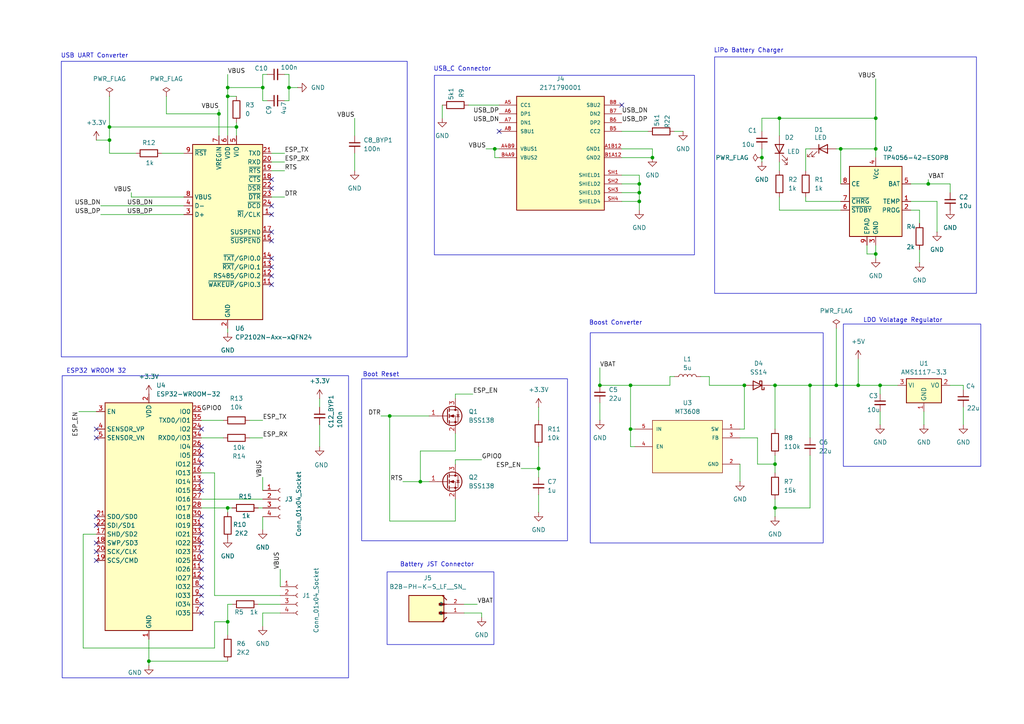
<source format=kicad_sch>
(kicad_sch (version 20250114) (generator "eeschema") (generator_version "9.0")
  (paper "A4")
  (lib_symbols
    (symbol "Battery_Management:TP4056-42-ESOP8"
      (property "Reference" "U" (at -6.604 11.684 0))
      (property "Value" "TP4056-42-ESOP8" (at 10.16 11.684 0))
      (symbol "TP4056-42-ESOP8_1_0"
        (pin input line (at -10.16 5.08 0) (length 2.54) (name "CE") (number "8"))
        (pin open_collector line (at -10.16 0 0) (length 2.54) (name "~{CHRG}") (number "7"))
        (pin open_collector line (at -10.16 -2.54 0) (length 2.54) (name "~{STDBY}") (number "6"))
        (pin passive line (at -2.54 -12.7 90) (length 2.54) (name "EPAD") (number "9"))
        (pin power_in line (at 0 12.7 270) (length 2.54) (name "V_{CC}") (number "4"))
        (pin power_in line (at 0 -12.7 90) (length 2.54) (name "GND") (number "3"))
        (pin power_out line (at 10.16 5.08 180) (length 2.54) (name "BAT") (number "5"))
        (pin input line (at 10.16 0 180) (length 2.54) (name "TEMP") (number "1"))
        (pin passive line (at 10.16 -2.54 180) (length 2.54) (name "PROG") (number "2"))
      )
    )
    (symbol "Connector:Conn_01x04_Socket" (pin_names (offset 1.016) (hide yes))
      (property "Reference" "J" (at 0 5.08 0))
      (property "Value" "Conn_01x04_Socket" (at 0 -7.62 0))
      (symbol "Conn_01x04_Socket_1_1"
        (pin passive line (at -5.08 2.54 0) (length 3.81) (name "Pin_1") (number "1"))
        (pin passive line (at -5.08 0 0) (length 3.81) (name "Pin_2") (number "2"))
        (pin passive line (at -5.08 -2.54 0) (length 3.81) (name "Pin_3") (number "3"))
        (pin passive line (at -5.08 -5.08 0) (length 3.81) (name "Pin_4") (number "4"))
      )
    )
    (symbol "Device:C_Small" (pin_numbers (hide yes)) (pin_names (offset 0.254) (hide yes))
      (property "Reference" "C" (at 0.254 1.778 0))
      (property "Value" "C_Small" (at 0.254 -2.032 0))
      (symbol "C_Small_1_1"
        (pin passive line (at 0 2.54 270) (length 2.032) (name "~") (number "1"))
        (pin passive line (at 0 -2.54 90) (length 2.032) (name "~") (number "2"))
      )
    )
    (symbol "Device:L" (pin_numbers (hide yes)) (pin_names (offset 1.016) (hide yes))
      (property "Reference" "L" (at -1.27 0 90))
      (property "Value" "L" (at 1.905 0 90))
      (symbol "L_1_1"
        (pin passive line (at 0 3.81 270) (length 1.27) (name "1") (number "1"))
        (pin passive line (at 0 -3.81 90) (length 1.27) (name "2") (number "2"))
      )
    )
    (symbol "Device:LED" (pin_numbers (hide yes)) (pin_names (offset 1.016) (hide yes))
      (property "Reference" "D" (at 0 2.54 0))
      (property "Value" "LED" (at 0 -2.54 0))
      (symbol "LED_1_1"
        (pin passive line (at -3.81 0 0) (length 2.54) (name "K") (number "1"))
        (pin passive line (at 3.81 0 180) (length 2.54) (name "A") (number "2"))
      )
    )
    (symbol "Device:R" (pin_numbers (hide yes)) (pin_names (offset 0))
      (property "Reference" "R" (at 2.032 0 90))
      (property "Value" "R" (at 0 0 90))
      (symbol "R_1_1"
        (pin passive line (at 0 3.81 270) (length 1.27) (name "~") (number "1"))
        (pin passive line (at 0 -3.81 90) (length 1.27) (name "~") (number "2"))
      )
    )
    (symbol "Diode:SS14" (pin_numbers (hide yes)) (pin_names (offset 1.016) (hide yes))
      (property "Reference" "D" (at 0 2.54 0))
      (property "Value" "SS14" (at 0 -2.54 0))
      (symbol "SS14_1_1"
        (pin passive line (at -3.81 0 0) (length 2.54) (name "K") (number "1"))
        (pin passive line (at 3.81 0 180) (length 2.54) (name "A") (number "2"))
      )
    )
    (symbol "Interface_USB:CP2102N-Axx-xQFN24"
      (property "Reference" "U" (at -8.89 26.67 0))
      (property "Value" "CP2102N-Axx-xQFN24" (at 13.97 26.67 0))
      (symbol "CP2102N-Axx-xQFN24_1_1"
        (pin input line (at -12.7 22.86 0) (length 2.54) (name "~{RST}") (number "9"))
        (pin input line (at -12.7 10.16 0) (length 2.54) (name "VBUS") (number "8"))
        (pin bidirectional line (at -12.7 7.62 0) (length 2.54) (name "D-") (number "4"))
        (pin bidirectional line (at -12.7 5.08 0) (length 2.54) (name "D+") (number "3"))
        (pin no_connect line (at -10.16 -22.86 0) (length 2.54) (hide yes) (name "NC") (number "10"))
        (pin power_in line (at -2.54 27.94 270) (length 2.54) (name "VREGIN") (number "7"))
        (pin power_in line (at 0 27.94 270) (length 2.54) (name "VDD") (number "6"))
        (pin power_in line (at 0 -27.94 90) (length 2.54) (name "GND") (number "2"))
        (pin passive line (at 0 -27.94 90) (length 2.54) (hide yes) (name "GND") (number "25"))
        (pin power_in line (at 2.54 27.94 270) (length 2.54) (name "VIO") (number "5"))
        (pin no_connect line (at 10.16 -22.86 180) (length 2.54) (hide yes) (name "NC") (number "16"))
        (pin output line (at 12.7 22.86 180) (length 2.54) (name "TXD") (number "21"))
        (pin input line (at 12.7 20.32 180) (length 2.54) (name "RXD") (number "20"))
        (pin output line (at 12.7 17.78 180) (length 2.54) (name "~{RTS}") (number "19"))
        (pin input line (at 12.7 15.24 180) (length 2.54) (name "~{CTS}") (number "18"))
        (pin input line (at 12.7 12.7 180) (length 2.54) (name "~{DSR}") (number "22"))
        (pin output line (at 12.7 10.16 180) (length 2.54) (name "~{DTR}") (number "23"))
        (pin input line (at 12.7 7.62 180) (length 2.54) (name "~{DCD}") (number "24"))
        (pin bidirectional line (at 12.7 5.08 180) (length 2.54) (name "~{RI}/CLK") (number "1"))
        (pin output line (at 12.7 0 180) (length 2.54) (name "SUSPEND") (number "17"))
        (pin output line (at 12.7 -2.54 180) (length 2.54) (name "~{SUSPEND}") (number "15"))
        (pin bidirectional line (at 12.7 -7.62 180) (length 2.54) (name "~{TXT}/GPIO.0") (number "14"))
        (pin bidirectional line (at 12.7 -10.16 180) (length 2.54) (name "~{RXT}/GPIO.1") (number "13"))
        (pin bidirectional line (at 12.7 -12.7 180) (length 2.54) (name "RS485/GPIO.2") (number "12"))
        (pin bidirectional line (at 12.7 -15.24 180) (length 2.54) (name "~{WAKEUP}/GPIO.3") (number "11"))
      )
    )
    (symbol "Library_sub_5:B2B-PH-K-S_LF__SN_" (pin_names (offset 1.016))
      (property "Reference" "J" (at -5.58 5.08 0))
      (property "Value" "B2B-PH-K-S_LF__SN_" (at -5.08 -5.08 0))
      (symbol "B2B-PH-K-S_LF__SN__0_0"
        (pin passive line (at -10.16 2.54 0) (length 5.08) (name "1") (number "1"))
        (pin passive line (at -10.16 0 0) (length 5.08) (name "2") (number "2"))
      )
    )
    (symbol "New_Library_1:MT3608" (pin_names (offset 1.016))
      (property "Reference" "U" (at -10.16 10.16 0))
      (property "Value" "MT3608" (at -10.16 -12.7 0))
      (symbol "MT3608_0_0"
        (pin input line (at -15.24 5.08 0) (length 5.08) (name "IN") (number "5"))
        (pin input line (at -15.24 0 0) (length 5.08) (name "EN") (number "4"))
        (pin output line (at 15.24 5.08 180) (length 5.08) (name "SW") (number "1"))
        (pin input line (at 15.24 2.54 180) (length 5.08) (name "FB") (number "3"))
        (pin power_in line (at 15.24 -5.08 180) (length 5.08) (name "GND") (number "2"))
      )
    )
    (symbol "New_Library_5:2171790001" (pin_names (offset 1.016))
      (property "Reference" "J" (at -12.7 16.002 0))
      (property "Value" "2171790001" (at -12.7 -18.542 0))
      (symbol "2171790001_0_0"
        (pin bidirectional line (at -17.78 12.7 0) (length 5.08) (name "CC1") (number "A5"))
        (pin bidirectional line (at -17.78 10.16 0) (length 5.08) (name "DP1") (number "A6"))
        (pin bidirectional line (at -17.78 7.62 0) (length 5.08) (name "DN1") (number "A7"))
        (pin bidirectional line (at -17.78 5.08 0) (length 5.08) (name "SBU1") (number "A8"))
        (pin power_in line (at -17.78 0 0) (length 5.08) (name "VBUS1") (number "A4B9"))
        (pin power_in line (at -17.78 -2.54 0) (length 5.08) (name "VBUS2") (number "B4A9"))
        (pin bidirectional line (at 17.78 12.7 180) (length 5.08) (name "SBU2") (number "B8"))
        (pin bidirectional line (at 17.78 10.16 180) (length 5.08) (name "DN2") (number "B7"))
        (pin bidirectional line (at 17.78 7.62 180) (length 5.08) (name "DP2") (number "B6"))
        (pin bidirectional line (at 17.78 5.08 180) (length 5.08) (name "CC2") (number "B5"))
        (pin power_in line (at 17.78 0 180) (length 5.08) (name "GND1") (number "A1B12"))
        (pin power_in line (at 17.78 -2.54 180) (length 5.08) (name "GND2") (number "B1A12"))
        (pin passive line (at 17.78 -7.62 180) (length 5.08) (name "SHIELD1") (number "SH1"))
        (pin passive line (at 17.78 -10.16 180) (length 5.08) (name "SHIELD2") (number "SH2"))
        (pin passive line (at 17.78 -12.7 180) (length 5.08) (name "SHIELD3") (number "SH3"))
        (pin passive line (at 17.78 -15.24 180) (length 5.08) (name "SHIELD4") (number "SH4"))
      )
    )
    (symbol "RF_Module:ESP32-WROOM-32"
      (property "Reference" "U" (at -12.7 34.29 0))
      (property "Value" "ESP32-WROOM-32" (at 1.27 34.29 0))
      (symbol "ESP32-WROOM-32_1_1"
        (pin input line (at -15.24 30.48 0) (length 2.54) (name "EN") (number "3"))
        (pin input line (at -15.24 25.4 0) (length 2.54) (name "SENSOR_VP") (number "4"))
        (pin input line (at -15.24 22.86 0) (length 2.54) (name "SENSOR_VN") (number "5"))
        (pin bidirectional line (at -15.24 0 0) (length 2.54) (name "SDO/SD0") (number "21"))
        (pin bidirectional line (at -15.24 -2.54 0) (length 2.54) (name "SDI/SD1") (number "22"))
        (pin bidirectional line (at -15.24 -5.08 0) (length 2.54) (name "SHD/SD2") (number "17"))
        (pin bidirectional line (at -15.24 -7.62 0) (length 2.54) (name "SWP/SD3") (number "18"))
        (pin bidirectional line (at -15.24 -10.16 0) (length 2.54) (name "SCK/CLK") (number "20"))
        (pin bidirectional line (at -15.24 -12.7 0) (length 2.54) (name "SCS/CMD") (number "19"))
        (pin no_connect line (at -12.7 -27.94 0) (length 2.54) (hide yes) (name "NC") (number "32"))
        (pin power_in line (at 0 35.56 270) (length 2.54) (name "VDD") (number "2"))
        (pin power_in line (at 0 -35.56 90) (length 2.54) (name "GND") (number "1"))
        (pin passive line (at 0 -35.56 90) (length 2.54) (hide yes) (name "GND") (number "15"))
        (pin passive line (at 0 -35.56 90) (length 2.54) (hide yes) (name "GND") (number "38"))
        (pin passive line (at 0 -35.56 90) (length 2.54) (hide yes) (name "GND") (number "39"))
        (pin bidirectional line (at 15.24 30.48 180) (length 2.54) (name "IO0") (number "25"))
        (pin bidirectional line (at 15.24 27.94 180) (length 2.54) (name "TXD0/IO1") (number "35"))
        (pin bidirectional line (at 15.24 25.4 180) (length 2.54) (name "IO2") (number "24"))
        (pin bidirectional line (at 15.24 22.86 180) (length 2.54) (name "RXD0/IO3") (number "34"))
        (pin bidirectional line (at 15.24 20.32 180) (length 2.54) (name "IO4") (number "26"))
        (pin bidirectional line (at 15.24 17.78 180) (length 2.54) (name "IO5") (number "29"))
        (pin bidirectional line (at 15.24 15.24 180) (length 2.54) (name "IO12") (number "14"))
        (pin bidirectional line (at 15.24 12.7 180) (length 2.54) (name "IO13") (number "16"))
        (pin bidirectional line (at 15.24 10.16 180) (length 2.54) (name "IO14") (number "13"))
        (pin bidirectional line (at 15.24 7.62 180) (length 2.54) (name "IO15") (number "23"))
        (pin bidirectional line (at 15.24 5.08 180) (length 2.54) (name "IO16") (number "27"))
        (pin bidirectional line (at 15.24 2.54 180) (length 2.54) (name "IO17") (number "28"))
        (pin bidirectional line (at 15.24 0 180) (length 2.54) (name "IO18") (number "30"))
        (pin bidirectional line (at 15.24 -2.54 180) (length 2.54) (name "IO19") (number "31"))
        (pin bidirectional line (at 15.24 -5.08 180) (length 2.54) (name "IO21") (number "33"))
        (pin bidirectional line (at 15.24 -7.62 180) (length 2.54) (name "IO22") (number "36"))
        (pin bidirectional line (at 15.24 -10.16 180) (length 2.54) (name "IO23") (number "37"))
        (pin bidirectional line (at 15.24 -12.7 180) (length 2.54) (name "IO25") (number "10"))
        (pin bidirectional line (at 15.24 -15.24 180) (length 2.54) (name "IO26") (number "11"))
        (pin bidirectional line (at 15.24 -17.78 180) (length 2.54) (name "IO27") (number "12"))
        (pin bidirectional line (at 15.24 -20.32 180) (length 2.54) (name "IO32") (number "8"))
        (pin bidirectional line (at 15.24 -22.86 180) (length 2.54) (name "IO33") (number "9"))
        (pin input line (at 15.24 -25.4 180) (length 2.54) (name "IO34") (number "6"))
        (pin input line (at 15.24 -27.94 180) (length 2.54) (name "IO35") (number "7"))
      )
    )
    (symbol "Regulator_Linear:AMS1117-3.3"
      (property "Reference" "U" (at -3.81 3.175 0))
      (property "Value" "AMS1117-3.3" (at 0 3.175 0))
      (symbol "AMS1117-3.3_1_1"
        (pin power_in line (at -7.62 0 0) (length 2.54) (name "VI") (number "3"))
        (pin power_in line (at 0 -7.62 90) (length 2.54) (name "GND") (number "1"))
        (pin power_out line (at 7.62 0 180) (length 2.54) (name "VO") (number "2"))
      )
    )
    (symbol "Transistor_FET:BSS138" (pin_names (offset 0) (hide yes))
      (property "Reference" "Q" (at 5.08 1.905 0))
      (property "Value" "BSS138" (at 5.08 0 0))
      (symbol "BSS138_1_1"
        (pin input line (at -5.08 0 0) (length 2.54) (name "G") (number "1"))
        (pin passive line (at 2.54 5.08 270) (length 2.54) (name "D") (number "3"))
        (pin passive line (at 2.54 -5.08 90) (length 2.54) (name "S") (number "2"))
      )
    )
    (symbol "power:+3.3V" (power) (pin_numbers (hide yes)) (pin_names (offset 0) (hide yes))
      (property "Value" "+3.3V" (at 0 3.556 0))
      (symbol "+3.3V_1_1"
        (pin power_in line (at 0 0 90) (length 0) (name "~") (number "1"))
      )
    )
    (symbol "power:+5V" (power) (pin_numbers (hide yes)) (pin_names (offset 0) (hide yes))
      (property "Value" "+5V" (at 0 3.556 0))
      (symbol "+5V_1_1"
        (pin power_in line (at 0 0 90) (length 0) (name "~") (number "1"))
      )
    )
    (symbol "power:GND" (power) (pin_numbers (hide yes)) (pin_names (offset 0) (hide yes))
      (property "Value" "GND" (at 0 -3.81 0))
      (symbol "GND_1_1"
        (pin power_in line (at 0 0 270) (length 0) (name "~") (number "1"))
      )
    )
    (symbol "power:PWR_FLAG" (power) (pin_numbers (hide yes)) (pin_names (offset 0) (hide yes))
      (property "Value" "PWR_FLAG" (at 0 3.81 0))
      (symbol "PWR_FLAG_0_0"
        (pin power_out line (at 0 0 90) (length 0) (name "~") (number "1"))
      )
    )
  )
  (rectangle (start 18.034 108.966) (end 101.092 196.596))
  (rectangle (start 244.602 93.98) (end 284.48 135.255))
  (rectangle (start 112.268 165.862) (end 143.256 186.944))
  (rectangle (start 17.78 17.78) (end 118.11 103.505))
  (rectangle (start 207.264 16.51) (end 283.21 85.09))
  (rectangle (start 171.196 96.52) (end 238.76 157.48))
  (rectangle (start 104.902 109.855) (end 164.592 156.845))
  (rectangle (start 125.984 21.844) (end 201.422 73.914))
  (text "Boot Reset " (at 110.998 108.712 0) (effects (font (size 1.27 1.27))))
  (text "USB UART Converter" (at 27.432 16.256 0) (effects (font (size 1.27 1.27))))
  (text "ESP32 WROOM 32" (at 27.94 107.696 0) (effects (font (size 1.27 1.27))))
  (text "USB_C Connector" (at 134.112 20.066 0) (effects (font (size 1.27 1.27))))
  (text "LiPo Battery Charger" (at 217.17 14.732 0) (effects (font (size 1.27 1.27))))
  (text "Battery JST Connector" (at 126.746 163.83 0) (effects (font (size 1.27 1.27))))
  (text "Boost Converter" (at 178.562 93.726 0) (effects (font (size 1.27 1.27))))
  (text "LDO Volatage Regulator" (at 261.874 92.964 0) (effects (font (size 1.27 1.27))))
  (junction (at 255.27 111.76))
  (junction (at 234.95 111.76))
  (junction (at 173.99 111.76))
  (junction (at 31.75 40.64))
  (junction (at 121.92 139.7))
  (junction (at 66.04 147.32))
  (junction (at 243.84 43.18))
  (junction (at 242.57 111.76))
  (junction (at 226.06 34.29))
  (junction (at 269.24 53.34))
  (junction (at 185.42 53.34))
  (junction (at 31.75 36.83))
  (junction (at 66.04 27.94))
  (junction (at 156.21 135.89))
  (junction (at 182.88 111.76))
  (junction (at 76.2 25.4))
  (junction (at 254 43.18))
  (junction (at 68.58 36.83))
  (junction (at 224.79 111.76))
  (junction (at 182.88 124.46))
  (junction (at 66.04 180.34))
  (junction (at 66.04 25.4))
  (junction (at 43.18 191.77))
  (junction (at 224.79 134.62))
  (junction (at 254 73.66))
  (junction (at 185.42 58.42))
  (junction (at 224.79 147.32))
  (junction (at 63.5 33.02))
  (junction (at 83.82 25.4))
  (junction (at 189.23 45.72))
  (junction (at 185.42 55.88))
  (junction (at 254 34.29))
  (junction (at 248.92 111.76))
  (junction (at 113.03 120.65))
  (junction (at 143.51 43.18))
  (junction (at 215.9 111.76))
  (junction (at 220.98 45.72))
  (no_connect (at 27.94 124.46))
  (no_connect (at 27.94 157.48))
  (no_connect (at 27.94 127))
  (no_connect (at 27.94 152.4))
  (no_connect (at 27.94 160.02))
  (no_connect (at 78.74 80.01))
  (no_connect (at 58.42 124.46))
  (no_connect (at 58.42 177.8))
  (no_connect (at 58.42 167.64))
  (no_connect (at 78.74 82.55))
  (no_connect (at 58.42 172.72))
  (no_connect (at 27.94 149.86))
  (no_connect (at 78.74 69.85))
  (no_connect (at 58.42 175.26))
  (no_connect (at 58.42 170.18))
  (no_connect (at 78.74 59.69))
  (no_connect (at 58.42 154.94))
  (no_connect (at 58.42 157.48))
  (no_connect (at 27.94 162.56))
  (no_connect (at 144.78 38.1))
  (no_connect (at 58.42 132.08))
  (no_connect (at 78.74 67.31))
  (no_connect (at 78.74 52.07))
  (no_connect (at 58.42 160.02))
  (no_connect (at 58.42 139.7))
  (no_connect (at 78.74 62.23))
  (no_connect (at 78.74 54.61))
  (no_connect (at 58.42 134.62))
  (no_connect (at 180.34 30.48))
  (no_connect (at 58.42 152.4))
  (no_connect (at 78.74 77.47))
  (no_connect (at 58.42 165.1))
  (no_connect (at 58.42 129.54))
  (no_connect (at 58.42 142.24))
  (no_connect (at 58.42 162.56))
  (no_connect (at 58.42 149.86))
  (no_connect (at 78.74 74.93))
  (wire (pts (xy 156.21 143.51) (xy 156.21 148.59)))
  (wire (pts (xy 248.92 104.14) (xy 248.92 111.76)))
  (wire (pts (xy 156.21 129.54) (xy 156.21 135.89)))
  (wire (pts (xy 29.21 62.23) (xy 53.34 62.23)))
  (wire (pts (xy 66.04 27.94) (xy 66.04 39.37)))
  (wire (pts (xy 22.86 119.38) (xy 27.94 119.38)))
  (wire (pts (xy 27.94 154.94) (xy 24.13 154.94)))
  (wire (pts (xy 226.06 60.96) (xy 243.84 60.96)))
  (wire (pts (xy 43.18 185.42) (xy 43.18 191.77)))
  (wire (pts (xy 76.2 138.43) (xy 76.2 142.24)))
  (wire (pts (xy 24.13 154.94) (xy 24.13 187.96)))
  (wire (pts (xy 224.79 111.76) (xy 234.95 111.76)))
  (wire (pts (xy 234.95 111.76) (xy 242.57 111.76)))
  (wire (pts (xy 82.55 46.99) (xy 78.74 46.99)))
  (wire (pts (xy 38.1 55.88) (xy 38.1 57.15)))
  (wire (pts (xy 46.99 44.45) (xy 53.34 44.45)))
  (wire (pts (xy 38.1 57.15) (xy 53.34 57.15)))
  (wire (pts (xy 144.78 45.72) (xy 143.51 45.72)))
  (wire (pts (xy 205.74 109.22) (xy 205.74 111.76)))
  (wire (pts (xy 76.2 21.59) (xy 76.2 25.4)))
  (wire (pts (xy 132.08 134.62) (xy 132.08 133.35)))
  (wire (pts (xy 223.52 111.76) (xy 224.79 111.76)))
  (wire (pts (xy 182.88 129.54) (xy 182.88 124.46)))
  (wire (pts (xy 220.98 38.1) (xy 220.98 34.29)))
  (wire (pts (xy 66.04 25.4) (xy 66.04 27.94)))
  (wire (pts (xy 132.08 115.57) (xy 132.08 114.3)))
  (wire (pts (xy 251.46 73.66) (xy 254 73.66)))
  (wire (pts (xy 68.58 27.94) (xy 66.04 27.94)))
  (wire (pts (xy 151.13 135.89) (xy 156.21 135.89)))
  (wire (pts (xy 205.74 111.76) (xy 215.9 111.76)))
  (wire (pts (xy 189.23 43.18) (xy 189.23 45.72)))
  (wire (pts (xy 195.58 38.1) (xy 198.12 38.1)))
  (wire (pts (xy 173.99 106.68) (xy 173.99 111.76)))
  (wire (pts (xy 248.92 111.76) (xy 255.27 111.76)))
  (wire (pts (xy 58.42 144.78) (xy 76.2 144.78)))
  (wire (pts (xy 233.68 43.18) (xy 233.68 49.53)))
  (wire (pts (xy 275.59 53.34) (xy 275.59 55.88)))
  (wire (pts (xy 264.16 60.96) (xy 266.7 60.96)))
  (wire (pts (xy 226.06 57.15) (xy 226.06 60.96)))
  (wire (pts (xy 66.04 175.26) (xy 66.04 180.34)))
  (wire (pts (xy 128.27 34.29) (xy 128.27 30.48)))
  (wire (pts (xy 242.57 43.18) (xy 243.84 43.18)))
  (wire (pts (xy 220.98 45.72) (xy 220.98 46.99)))
  (wire (pts (xy 58.42 137.16) (xy 62.23 137.16)))
  (wire (pts (xy 102.87 34.29) (xy 102.87 39.37)))
  (wire (pts (xy 214.63 127) (xy 219.71 127)))
  (wire (pts (xy 72.39 127) (xy 76.2 127)))
  (wire (pts (xy 233.68 58.42) (xy 243.84 58.42)))
  (wire (pts (xy 132.08 130.81) (xy 121.92 130.81)))
  (wire (pts (xy 143.51 43.18) (xy 144.78 43.18)))
  (wire (pts (xy 219.71 134.62) (xy 224.79 134.62)))
  (wire (pts (xy 110.49 120.65) (xy 113.03 120.65)))
  (wire (pts (xy 180.34 55.88) (xy 185.42 55.88)))
  (wire (pts (xy 113.03 120.65) (xy 124.46 120.65)))
  (wire (pts (xy 58.42 127) (xy 64.77 127)))
  (wire (pts (xy 224.79 132.08) (xy 224.79 134.62)))
  (wire (pts (xy 83.82 25.4) (xy 83.82 29.21)))
  (wire (pts (xy 132.08 133.35) (xy 139.7 133.35)))
  (wire (pts (xy 48.26 33.02) (xy 63.5 33.02)))
  (wire (pts (xy 243.84 43.18) (xy 243.84 53.34)))
  (wire (pts (xy 139.7 177.8) (xy 139.7 179.07)))
  (wire (pts (xy 185.42 50.8) (xy 185.42 53.34)))
  (wire (pts (xy 254 71.12) (xy 254 73.66)))
  (wire (pts (xy 121.92 130.81) (xy 121.92 139.7)))
  (wire (pts (xy 234.95 132.08) (xy 234.95 147.32)))
  (wire (pts (xy 76.2 177.8) (xy 81.28 177.8)))
  (wire (pts (xy 140.97 43.18) (xy 143.51 43.18)))
  (wire (pts (xy 68.58 35.56) (xy 68.58 36.83)))
  (wire (pts (xy 72.39 121.92) (xy 76.2 121.92)))
  (wire (pts (xy 219.71 127) (xy 219.71 134.62)))
  (wire (pts (xy 43.18 191.77) (xy 66.04 191.77)))
  (wire (pts (xy 194.31 109.22) (xy 195.58 109.22)))
  (wire (pts (xy 132.08 144.78) (xy 132.08 151.13)))
  (wire (pts (xy 226.06 39.37) (xy 226.06 34.29)))
  (wire (pts (xy 279.4 113.03) (xy 279.4 111.76)))
  (wire (pts (xy 234.95 111.76) (xy 234.95 127)))
  (wire (pts (xy 214.63 124.46) (xy 215.9 124.46)))
  (wire (pts (xy 48.26 27.94) (xy 48.26 33.02)))
  (wire (pts (xy 185.42 55.88) (xy 185.42 58.42)))
  (wire (pts (xy 66.04 95.25) (xy 66.04 96.52)))
  (wire (pts (xy 82.55 57.15) (xy 78.74 57.15)))
  (wire (pts (xy 254 73.66) (xy 254 74.93)))
  (wire (pts (xy 226.06 46.99) (xy 226.06 49.53)))
  (wire (pts (xy 180.34 45.72) (xy 189.23 45.72)))
  (wire (pts (xy 194.31 109.22) (xy 194.31 111.76)))
  (wire (pts (xy 31.75 40.64) (xy 31.75 36.83)))
  (wire (pts (xy 62.23 180.34) (xy 66.04 180.34)))
  (wire (pts (xy 67.31 147.32) (xy 66.04 147.32)))
  (wire (pts (xy 254 34.29) (xy 254 43.18)))
  (wire (pts (xy 134.62 175.26) (xy 138.43 175.26)))
  (wire (pts (xy 66.04 25.4) (xy 76.2 25.4)))
  (wire (pts (xy 267.97 119.38) (xy 267.97 123.19)))
  (wire (pts (xy 224.79 134.62) (xy 224.79 137.16)))
  (wire (pts (xy 66.04 21.59) (xy 66.04 25.4)))
  (wire (pts (xy 76.2 177.8) (xy 76.2 181.61)))
  (wire (pts (xy 269.24 53.34) (xy 275.59 53.34)))
  (wire (pts (xy 143.51 45.72) (xy 143.51 43.18)))
  (wire (pts (xy 214.63 134.62) (xy 214.63 139.7)))
  (wire (pts (xy 234.95 147.32) (xy 224.79 147.32)))
  (wire (pts (xy 62.23 137.16) (xy 62.23 172.72)))
  (wire (pts (xy 81.28 165.1) (xy 81.28 170.18)))
  (wire (pts (xy 224.79 147.32) (xy 224.79 149.86)))
  (wire (pts (xy 194.31 111.76) (xy 182.88 111.76)))
  (wire (pts (xy 266.7 72.39) (xy 266.7 76.2)))
  (wire (pts (xy 264.16 58.42) (xy 271.78 58.42)))
  (wire (pts (xy 132.08 114.3) (xy 137.16 114.3)))
  (wire (pts (xy 271.78 58.42) (xy 271.78 67.31)))
  (wire (pts (xy 254 22.86) (xy 254 34.29)))
  (wire (pts (xy 74.93 175.26) (xy 81.28 175.26)))
  (wire (pts (xy 116.84 139.7) (xy 121.92 139.7)))
  (wire (pts (xy 266.7 60.96) (xy 266.7 64.77)))
  (wire (pts (xy 31.75 36.83) (xy 68.58 36.83)))
  (wire (pts (xy 269.24 52.07) (xy 269.24 53.34)))
  (wire (pts (xy 82.55 44.45) (xy 78.74 44.45)))
  (wire (pts (xy 135.89 30.48) (xy 144.78 30.48)))
  (wire (pts (xy 76.2 21.59) (xy 77.47 21.59)))
  (wire (pts (xy 180.34 53.34) (xy 185.42 53.34)))
  (wire (pts (xy 76.2 25.4) (xy 76.2 29.21)))
  (wire (pts (xy 242.57 111.76) (xy 248.92 111.76)))
  (wire (pts (xy 132.08 125.73) (xy 132.08 130.81)))
  (wire (pts (xy 233.68 57.15) (xy 233.68 58.42)))
  (wire (pts (xy 121.92 139.7) (xy 124.46 139.7)))
  (wire (pts (xy 31.75 44.45) (xy 31.75 40.64)))
  (wire (pts (xy 66.04 180.34) (xy 66.04 184.15)))
  (wire (pts (xy 220.98 34.29) (xy 226.06 34.29)))
  (wire (pts (xy 203.2 109.22) (xy 205.74 109.22)))
  (wire (pts (xy 63.5 33.02) (xy 63.5 39.37)))
  (wire (pts (xy 226.06 34.29) (xy 254 34.29)))
  (wire (pts (xy 255.27 119.38) (xy 255.27 123.19)))
  (wire (pts (xy 92.71 115.57) (xy 92.71 118.11)))
  (wire (pts (xy 31.75 44.45) (xy 39.37 44.45)))
  (wire (pts (xy 68.58 36.83) (xy 68.58 39.37)))
  (wire (pts (xy 180.34 43.18) (xy 189.23 43.18)))
  (wire (pts (xy 134.62 177.8) (xy 139.7 177.8)))
  (wire (pts (xy 82.55 29.21) (xy 83.82 29.21)))
  (wire (pts (xy 102.87 44.45) (xy 102.87 49.53)))
  (wire (pts (xy 173.99 116.84) (xy 173.99 121.92)))
  (wire (pts (xy 251.46 71.12) (xy 251.46 73.66)))
  (wire (pts (xy 58.42 147.32) (xy 66.04 147.32)))
  (wire (pts (xy 182.88 111.76) (xy 182.88 124.46)))
  (wire (pts (xy 74.93 147.32) (xy 76.2 147.32)))
  (wire (pts (xy 92.71 123.19) (xy 92.71 129.54)))
  (wire (pts (xy 66.04 147.32) (xy 66.04 148.59)))
  (wire (pts (xy 215.9 124.46) (xy 215.9 111.76)))
  (wire (pts (xy 31.75 27.94) (xy 31.75 36.83)))
  (wire (pts (xy 62.23 187.96) (xy 62.23 180.34)))
  (wire (pts (xy 58.42 121.92) (xy 64.77 121.92)))
  (wire (pts (xy 180.34 38.1) (xy 187.96 38.1)))
  (wire (pts (xy 184.15 129.54) (xy 182.88 129.54)))
  (wire (pts (xy 279.4 118.11) (xy 279.4 123.19)))
  (wire (pts (xy 83.82 21.59) (xy 83.82 25.4)))
  (wire (pts (xy 156.21 118.11) (xy 156.21 121.92)))
  (wire (pts (xy 82.55 49.53) (xy 78.74 49.53)))
  (wire (pts (xy 224.79 144.78) (xy 224.79 147.32)))
  (wire (pts (xy 156.21 135.89) (xy 156.21 138.43)))
  (wire (pts (xy 234.95 43.18) (xy 233.68 43.18)))
  (wire (pts (xy 67.31 175.26) (xy 66.04 175.26)))
  (wire (pts (xy 77.47 29.21) (xy 76.2 29.21)))
  (wire (pts (xy 24.13 187.96) (xy 62.23 187.96)))
  (wire (pts (xy 113.03 151.13) (xy 113.03 120.65)))
  (wire (pts (xy 185.42 58.42) (xy 185.42 60.96)))
  (wire (pts (xy 83.82 25.4) (xy 86.36 25.4)))
  (wire (pts (xy 83.82 21.59) (xy 82.55 21.59)))
  (wire (pts (xy 185.42 53.34) (xy 185.42 55.88)))
  (wire (pts (xy 264.16 53.34) (xy 269.24 53.34)))
  (wire (pts (xy 243.84 43.18) (xy 254 43.18)))
  (wire (pts (xy 220.98 43.18) (xy 220.98 45.72)))
  (wire (pts (xy 242.57 95.25) (xy 242.57 111.76)))
  (wire (pts (xy 255.27 111.76) (xy 260.35 111.76)))
  (wire (pts (xy 29.21 59.69) (xy 53.34 59.69)))
  (wire (pts (xy 27.94 40.64) (xy 31.75 40.64)))
  (wire (pts (xy 184.15 124.46) (xy 182.88 124.46)))
  (wire (pts (xy 182.88 111.76) (xy 173.99 111.76)))
  (wire (pts (xy 224.79 111.76) (xy 224.79 124.46)))
  (wire (pts (xy 43.18 193.04) (xy 43.18 191.77)))
  (wire (pts (xy 62.23 172.72) (xy 81.28 172.72)))
  (wire (pts (xy 180.34 50.8) (xy 185.42 50.8)))
  (wire (pts (xy 76.2 149.86) (xy 76.2 153.67)))
  (wire (pts (xy 63.5 31.75) (xy 63.5 33.02)))
  (wire (pts (xy 132.08 151.13) (xy 113.03 151.13)))
  (wire (pts (xy 255.27 111.76) (xy 255.27 114.3)))
  (wire (pts (xy 275.59 111.76) (xy 279.4 111.76)))
  (wire (pts (xy 180.34 58.42) (xy 185.42 58.42)))
  (wire (pts (xy 254 43.18) (xy 254 45.72)))
  (label "ESP_TX" (at 82.55 44.45 0))
  (label "ESP_RX" (at 76.2 127 0))
  (label "ESP_TX" (at 76.2 121.92 0))
  (label "VBAT" (at 138.43 175.26 0))
  (label "RTS" (at 116.84 139.7 180))
  (label "USB_DP" (at 36.83 62.23 0))
  (label "ESP_EN" (at 151.13 135.89 180))
  (label "USB_DN" (at 36.83 59.69 0))
  (label "VBUS" (at 102.87 34.29 180))
  (label "DTR" (at 110.49 120.65 180))
  (label "ESP_EN" (at 22.86 119.38 270))
  (label "VBUS" (at 81.28 165.1 90))
  (label "GPIO0" (at 139.7 133.35 0))
  (label "USB_DN" (at 180.34 33.02 0))
  (label "GPIO0" (at 58.42 119.38 0))
  (label "VBAT" (at 269.24 52.07 0))
  (label "RTS" (at 82.55 49.53 0))
  (label "USB_DP" (at 29.21 62.23 180))
  (label "VBAT" (at 173.99 106.68 0))
  (label "USB_DP" (at 144.78 33.02 180))
  (label "ESP_RX" (at 82.55 46.99 0))
  (label "USB_DN" (at 144.78 35.56 180))
  (label "DTR" (at 82.55 57.15 0))
  (label "USB_DP" (at 180.34 35.56 0))
  (label "USB_DN" (at 29.21 59.69 180))
  (label "ESP_EN" (at 137.16 114.3 0))
  (label "VBUS" (at 76.2 138.43 90))
  (label "VBUS" (at 140.97 43.18 180))
  (label "VBUS" (at 66.04 21.59 0))
  (label "VBUS" (at 38.1 55.88 180))
  (label "VBUS" (at 254 22.86 180))
  (label "VBUS" (at 63.5 31.75 180))
  (symbol (lib_id "power:+3.3V") (at 43.18 114.3 0) (unit 1)
    (property "Reference" "#PWR023" (effects (hide yes)))
    (property "Value" "+3.3V" (at 43.18 109.22 0))
    (property "Description" "Power symbol creates a global label with name \"+3.3V\"" (effects (hide yes)))
  )
  (symbol (lib_id "Device:C_Small") (at 92.71 120.65 0) (unit 1)
    (property "Reference" "C12_BYP1" (at 96.012 124.206 90) (effects (justify left)))
    (property "Value" "100n" (at 98.552 124.206 90) (effects (justify left)))
    (property "Footprint" "Capacitor_SMD:C_0805_2012Metric" (effects (hide yes)))
    (property "Description" "Unpolarized capacitor, small symbol" (effects (hide yes)))
  )
  (symbol (lib_id "power:GND") (at 266.7 76.2 0) (unit 1)
    (property "Reference" "#PWR06" (effects (hide yes)))
    (property "Value" "GND" (at 266.7 81.28 0))
    (property "Description" "Power symbol creates a global label with name \"GND\" , ground" (effects (hide yes)))
  )
  (symbol (lib_id "power:GND") (at 92.71 129.54 0) (unit 1)
    (property "Reference" "#PWR033" (effects (hide yes)))
    (property "Value" "GND" (at 93.218 134.874 0))
    (property "Description" "Power symbol creates a global label with name \"GND\" , ground" (effects (hide yes)))
  )
  (symbol (lib_id "Device:R") (at 226.06 53.34 0) (unit 1)
    (property "Reference" "R2" (at 228.6 52.0699 0) (effects (justify left)))
    (property "Value" "1k" (at 228.6 54.6099 0) (effects (justify left)))
    (property "Footprint" "Resistor_SMD:R_0805_2012Metric" (effects (hide yes)))
    (property "Description" "Resistor" (effects (hide yes)))
  )
  (symbol (lib_id "Device:R") (at 71.12 147.32 90) (unit 1)
    (property "Reference" "R15" (at 71.12 144.018 90))
    (property "Value" "1k" (at 71.374 149.606 90))
    (property "Footprint" "Resistor_SMD:R_0805_2012Metric" (effects (hide yes)))
    (property "Description" "Resistor" (effects (hide yes)))
  )
  (symbol (lib_id "Connector:Conn_01x04_Socket") (at 81.28 144.78 0) (unit 1)
    (property "Reference" "J3" (at 82.55 144.7799 0) (effects (justify left)))
    (property "Value" "Conn_01x04_Socket" (at 86.614 155.702 90) (effects (justify left)))
    (property "Footprint" "Connector_PinSocket_2.00mm:PinSocket_1x04_P2.00mm_Horizontal" (effects (hide yes)))
    (property "Description" "Generic connector, single row, 01x04, script generated" (effects (hide yes)))
  )
  (symbol (lib_id "Device:R") (at 132.08 30.48 270) (unit 1)
    (property "Reference" "R9" (at 133.858 25.654 0) (effects (justify left)))
    (property "Value" "5k1" (at 130.81 25.4 0) (effects (justify left)))
    (property "Footprint" "Resistor_SMD:R_0805_2012Metric" (effects (hide yes)))
    (property "Description" "Resistor" (effects (hide yes)))
  )
  (symbol (lib_id "New_Library_1:MT3608") (at 199.39 129.54 0) (unit 1)
    (property "Reference" "U3" (at 199.39 116.84 0))
    (property "Value" "MT3608" (at 199.39 119.38 0))
    (property "Footprint" "Library_sub_3:SOT95P280X145-6N" (effects (hide yes)))
    (property "MF" "Aerosemi Technology Co., Ltd" (effects (hide yes)))
    (property "MAXIMUM_PACKAGE_HEIGHT" "1.45mm" (effects (hide yes)))
    (property "Package" "Package" (effects (hide yes)))
    (property "Price" "None" (effects (hide yes)))
    (property "Check_prices" "https://www.snapeda.com/parts/MT3608/Aerosemi+Technology+Co.%252C+Ltd/view-part/?ref=eda" (effects (hide yes)))
    (property "STANDARD" "IPC-7351B" (effects (hide yes)))
    (property "PARTREV" "1.0" (effects (hide yes)))
    (property "SnapEDA_Link" "https://www.snapeda.com/parts/MT3608/Aerosemi+Technology+Co.%252C+Ltd/view-part/?ref=snap" (effects (hide yes)))
    (property "MP" "MT3608" (effects (hide yes)))
    (property "Description_1" "High Efficiency 1.2MHz\n2A Step Up Converter" (effects (hide yes)))
    (property "Availability" "Not in stock" (effects (hide yes)))
    (property "MANUFACTURER" "Aero Semi" (effects (hide yes)))
  )
  (symbol (lib_id "power:GND") (at 189.23 45.72 0) (unit 1)
    (property "Reference" "#PWR031" (effects (hide yes)))
    (property "Value" "GND" (at 189.23 50.8 0))
    (property "Description" "Power symbol creates a global label with name \"GND\" , ground" (effects (hide yes)))
  )
  (symbol (lib_id "power:+3.3V") (at 156.21 118.11 0) (unit 1)
    (property "Reference" "#PWR019" (effects (hide yes)))
    (property "Value" "+3.3V" (at 156.21 113.03 0))
    (property "Description" "Power symbol creates a global label with name \"+3.3V\"" (effects (hide yes)))
  )
  (symbol (lib_id "Device:LED") (at 238.76 43.18 0) (unit 1)
    (property "Reference" "D1" (at 237.49 37.592 0))
    (property "Value" "LED" (at 237.998 39.878 0))
    (property "Footprint" "LED_SMD:LED_0805_2012Metric" (effects (hide yes)))
    (property "Description" "Light emitting diode" (effects (hide yes)))
    (property "Sim.Pins" "1=K 2=A" (effects (hide yes)))
  )
  (symbol (lib_id "power:PWR_FLAG") (at 242.57 95.25 0) (unit 1)
    (property "Reference" "#FLG02" (effects (hide yes)))
    (property "Value" "PWR_FLAG" (at 242.57 90.17 0))
    (property "Description" "Special symbol for telling ERC where power comes from" (effects (hide yes)))
  )
  (symbol (lib_id "power:PWR_FLAG") (at 48.26 27.94 0) (unit 1)
    (property "Reference" "#FLG01" (effects (hide yes)))
    (property "Value" "PWR_FLAG" (at 48.26 22.86 0))
    (property "Description" "Special symbol for telling ERC where power comes from" (effects (hide yes)))
  )
  (symbol (lib_id "power:GND") (at 139.7 179.07 0) (unit 1)
    (property "Reference" "#PWR017" (effects (hide yes)))
    (property "Value" "GND" (at 139.7 184.15 0))
    (property "Description" "Power symbol creates a global label with name \"GND\" , ground" (effects (hide yes)))
  )
  (symbol (lib_id "Device:C_Small") (at 156.21 140.97 0) (unit 1)
    (property "Reference" "C7" (at 158.75 139.7062 0) (effects (justify left)))
    (property "Value" "1u" (at 158.75 142.2462 0) (effects (justify left)))
    (property "Footprint" "Capacitor_SMD:C_0805_2012Metric" (effects (hide yes)))
    (property "Description" "Unpolarized capacitor, small symbol" (effects (hide yes)))
  )
  (symbol (lib_id "Device:C_Small") (at 234.95 129.54 0) (unit 1)
    (property "Reference" "C6" (at 237.49 128.2762 0) (effects (justify left)))
    (property "Value" "22u" (at 237.49 130.8162 0) (effects (justify left)))
    (property "Footprint" "Capacitor_SMD:C_0805_2012Metric" (effects (hide yes)))
    (property "Description" "Unpolarized capacitor, small symbol" (effects (hide yes)))
  )
  (symbol (lib_id "Device:C_Small") (at 173.99 114.3 0) (unit 1)
    (property "Reference" "C5" (at 176.53 113.0362 0) (effects (justify left)))
    (property "Value" "22u" (at 176.53 115.5762 0) (effects (justify left)))
    (property "Footprint" "Capacitor_SMD:C_0805_2012Metric" (effects (hide yes)))
    (property "Description" "Unpolarized capacitor, small symbol" (effects (hide yes)))
  )
  (symbol (lib_id "power:GND") (at 271.78 67.31 0) (unit 1)
    (property "Reference" "#PWR02" (effects (hide yes)))
    (property "Value" "GND" (at 271.78 72.39 0))
    (property "Description" "Power symbol creates a global label with name \"GND\" , ground" (effects (hide yes)))
  )
  (symbol (lib_id "Device:R") (at 66.04 187.96 0) (unit 1)
    (property "Reference" "R6" (at 68.58 186.6899 0) (effects (justify left)))
    (property "Value" "2K2" (at 68.58 189.2299 0) (effects (justify left)))
    (property "Footprint" "Resistor_SMD:R_0805_2012Metric" (effects (hide yes)))
    (property "Description" "Resistor" (effects (hide yes)))
  )
  (symbol (lib_id "power:GND") (at 86.36 25.4 90) (unit 1)
    (property "Reference" "#PWR021" (effects (hide yes)))
    (property "Value" "GND" (at 90.17 25.3999 90) (effects (justify right)))
    (property "Description" "Power symbol creates a global label with name \"GND\" , ground" (effects (hide yes)))
  )
  (symbol (lib_id "Device:R") (at 224.79 128.27 0) (unit 1)
    (property "Reference" "R8" (at 227.33 126.9999 0) (effects (justify left)))
    (property "Value" "110k" (at 227.33 129.5399 0) (effects (justify left)))
    (property "Footprint" "Resistor_SMD:R_0805_2012Metric" (effects (hide yes)))
    (property "Description" "Resistor" (effects (hide yes)))
  )
  (symbol (lib_id "Device:LED") (at 226.06 43.18 90) (unit 1)
    (property "Reference" "D2" (at 227.584 39.878 90) (effects (justify right)))
    (property "Value" "LED" (at 228.346 43.942 90) (effects (justify right)))
    (property "Footprint" "LED_SMD:LED_0805_2012Metric" (effects (hide yes)))
    (property "Description" "Light emitting diode" (effects (hide yes)))
    (property "Sim.Pins" "1=K 2=A" (effects (hide yes)))
  )
  (symbol (lib_id "Interface_USB:CP2102N-Axx-xQFN24") (at 66.04 67.31 0) (unit 1)
    (property "Reference" "U6" (at 68.1833 95.25 0) (effects (justify left)))
    (property "Value" "CP2102N-Axx-xQFN24" (at 68.1833 97.79 0) (effects (justify left)))
    (property "Footprint" "Package_DFN_QFN:QFN-24-1EP_4x4mm_P0.5mm_EP2.6x2.6mm" (effects (hide yes)))
    (property "Datasheet" "https://www.silabs.com/documents/public/data-sheets/cp2102n-datasheet.pdf" (effects (hide yes)))
    (property "Description" "USB to UART master bridge, QFN-24" (effects (hide yes)))
  )
  (symbol (lib_id "Transistor_FET:BSS138") (at 129.54 139.7 0) (unit 1)
    (property "Reference" "Q2" (at 135.89 138.4299 0) (effects (justify left)))
    (property "Value" "BSS138" (at 135.89 140.9699 0) (effects (justify left)))
    (property "Footprint" "Package_TO_SOT_SMD:SOT-23" (effects (hide yes)))
    (property "Datasheet" "https://www.onsemi.com/pub/Collateral/BSS138-D.PDF" (effects (hide yes)))
    (property "Description" "50V Vds, 0.22A Id, N-Channel MOSFET, SOT-23" (effects (hide yes)))
  )
  (symbol (lib_id "power:GND") (at 185.42 60.96 0) (unit 1)
    (property "Reference" "#PWR032" (effects (hide yes)))
    (property "Value" "GND" (at 185.42 66.04 0))
    (property "Description" "Power symbol creates a global label with name \"GND\" , ground" (effects (hide yes)))
  )
  (symbol (lib_id "power:GND") (at 267.97 123.19 0) (unit 1)
    (property "Reference" "#PWR07" (effects (hide yes)))
    (property "Value" "GND" (at 267.97 128.27 0))
    (property "Description" "Power symbol creates a global label with name \"GND\" , ground" (effects (hide yes)))
  )
  (symbol (lib_id "power:GND") (at 224.79 149.86 0) (unit 1)
    (property "Reference" "#PWR011" (effects (hide yes)))
    (property "Value" "GND" (at 224.79 154.94 0))
    (property "Description" "Power symbol creates a global label with name \"GND\" , ground" (effects (hide yes)))
  )
  (symbol (lib_id "Device:R") (at 66.04 152.4 0) (unit 1)
    (property "Reference" "R10" (at 67.564 152.146 0) (effects (justify left)))
    (property "Value" "2K2" (at 68.072 154.686 0) (effects (justify left)))
    (property "Footprint" "Resistor_SMD:R_0805_2012Metric" (effects (hide yes)))
    (property "Description" "Resistor" (effects (hide yes)))
  )
  (symbol (lib_id "Transistor_FET:BSS138") (at 129.54 120.65 0) (unit 1)
    (property "Reference" "Q1" (at 135.89 119.3799 0) (effects (justify left)))
    (property "Value" "BSS138" (at 135.89 121.9199 0) (effects (justify left)))
    (property "Footprint" "Package_TO_SOT_SMD:SOT-23" (effects (hide yes)))
    (property "Datasheet" "https://www.onsemi.com/pub/Collateral/BSS138-D.PDF" (effects (hide yes)))
    (property "Description" "50V Vds, 0.22A Id, N-Channel MOSFET, SOT-23" (effects (hide yes)))
  )
  (symbol (lib_id "power:GND") (at 102.87 49.53 0) (unit 1)
    (property "Reference" "#PWR020" (effects (hide yes)))
    (property "Value" "GND" (at 102.87 54.61 0))
    (property "Description" "Power symbol creates a global label with name \"GND\" , ground" (effects (hide yes)))
  )
  (symbol (lib_id "power:GND") (at 76.2 153.67 0) (unit 1)
    (property "Reference" "#PWR014" (effects (hide yes)))
    (property "Value" "GND" (at 76.2 158.75 0))
    (property "Description" "Power symbol creates a global label with name \"GND\" , ground" (effects (hide yes)))
  )
  (symbol (lib_id "power:+3.3V") (at 92.71 115.57 0) (unit 1)
    (property "Reference" "#PWR015" (effects (hide yes)))
    (property "Value" "+3.3V" (at 92.71 110.49 0))
    (property "Description" "Power symbol creates a global label with name \"+3.3V\"" (effects (hide yes)))
  )
  (symbol (lib_id "power:GND") (at 279.4 123.19 0) (unit 1)
    (property "Reference" "#PWR09" (effects (hide yes)))
    (property "Value" "GND" (at 279.4 128.27 0))
    (property "Description" "Power symbol creates a global label with name \"GND\" , ground" (effects (hide yes)))
  )
  (symbol (lib_id "Device:R") (at 71.12 175.26 90) (unit 1)
    (property "Reference" "R5" (at 69.342 177.546 90))
    (property "Value" "1k" (at 73.66 177.546 90))
    (property "Footprint" "Resistor_SMD:R_0805_2012Metric" (effects (hide yes)))
    (property "Description" "Resistor" (effects (hide yes)))
  )
  (symbol (lib_id "Device:R") (at 156.21 125.73 0) (unit 1)
    (property "Reference" "R11" (at 158.75 124.4599 0) (effects (justify left)))
    (property "Value" "10k" (at 158.75 126.9999 0) (effects (justify left)))
    (property "Footprint" "Resistor_SMD:R_0805_2012Metric" (effects (hide yes)))
    (property "Description" "Resistor" (effects (hide yes)))
  )
  (symbol (lib_id "power:GND") (at 255.27 123.19 0) (unit 1)
    (property "Reference" "#PWR08" (effects (hide yes)))
    (property "Value" "GND" (at 255.27 128.27 0))
    (property "Description" "Power symbol creates a global label with name \"GND\" , ground" (effects (hide yes)))
  )
  (symbol (lib_id "power:GND") (at 254 74.93 0) (unit 1)
    (property "Reference" "#PWR03" (effects (hide yes)))
    (property "Value" "GND" (at 254 80.01 0))
    (property "Description" "Power symbol creates a global label with name \"GND\" , ground" (effects (hide yes)))
  )
  (symbol (lib_id "power:GND") (at 275.59 60.96 0) (unit 1)
    (property "Reference" "#PWR05" (effects (hide yes)))
    (property "Value" "GND" (at 275.59 66.04 0))
    (property "Description" "Power symbol creates a global label with name \"GND\" , ground" (effects (hide yes)))
  )
  (symbol (lib_id "Connector:Conn_01x04_Socket") (at 86.36 172.72 0) (unit 1)
    (property "Reference" "J1" (at 87.63 172.7199 0) (effects (justify left)))
    (property "Value" "Conn_01x04_Socket" (at 91.694 183.642 90) (effects (justify left)))
    (property "Footprint" "Connector_PinSocket_2.00mm:PinSocket_1x04_P2.00mm_Horizontal" (effects (hide yes)))
    (property "Description" "Generic connector, single row, 01x04, script generated" (effects (hide yes)))
  )
  (symbol (lib_id "power:GND") (at 43.18 193.04 0) (unit 1)
    (property "Reference" "#PWR026" (effects (hide yes)))
    (property "Value" "GND" (at 39.116 195.072 0))
    (property "Description" "Power symbol creates a global label with name \"GND\" , ground" (effects (hide yes)))
  )
  (symbol (lib_id "Device:R") (at 191.77 38.1 270) (unit 1)
    (property "Reference" "R22" (at 193.548 33.274 0) (effects (justify left)))
    (property "Value" "5k1" (at 190.5 33.02 0) (effects (justify left)))
    (property "Footprint" "Resistor_SMD:R_0805_2012Metric" (effects (hide yes)))
    (property "Description" "Resistor" (effects (hide yes)))
  )
  (symbol (lib_id "Device:R") (at 68.58 127 90) (unit 1)
    (property "Reference" "R14" (at 69.342 132.334 90))
    (property "Value" "10k" (at 69.342 129.794 90))
    (property "Footprint" "Resistor_SMD:R_0805_2012Metric" (effects (hide yes)))
    (property "Description" "Resistor" (effects (hide yes)))
  )
  (symbol (lib_id "power:GND") (at 220.98 46.99 0) (unit 1)
    (property "Reference" "#PWR01" (effects (hide yes)))
    (property "Value" "GND" (at 220.98 52.07 0))
    (property "Description" "Power symbol creates a global label with name \"GND\" , ground" (effects (hide yes)))
  )
  (symbol (lib_id "power:GND") (at 76.2 181.61 0) (unit 1)
    (property "Reference" "#PWR04" (effects (hide yes)))
    (property "Value" "GND" (at 76.2 186.69 0))
    (property "Description" "Power symbol creates a global label with name \"GND\" , ground" (effects (hide yes)))
  )
  (symbol (lib_id "power:GND") (at 173.99 121.92 0) (unit 1)
    (property "Reference" "#PWR013" (effects (hide yes)))
    (property "Value" "GND" (at 173.99 127 0))
    (property "Description" "Power symbol creates a global label with name \"GND\" , ground" (effects (hide yes)))
  )
  (symbol (lib_id "Device:C_Small") (at 80.01 29.21 90) (unit 1)
    (property "Reference" "C9" (at 77.978 33.274 0) (effects (justify left)))
    (property "Value" "4u7" (at 82.296 33.274 0) (effects (justify left)))
    (property "Footprint" "Capacitor_SMD:C_0805_2012Metric" (effects (hide yes)))
    (property "Description" "Unpolarized capacitor, small symbol" (effects (hide yes)))
  )
  (symbol (lib_id "power:GND") (at 156.21 148.59 0) (unit 1)
    (property "Reference" "#PWR018" (effects (hide yes)))
    (property "Value" "GND" (at 156.21 153.67 0))
    (property "Description" "Power symbol creates a global label with name \"GND\" , ground" (effects (hide yes)))
  )
  (symbol (lib_id "power:+3.3V") (at 27.94 40.64 0) (unit 1)
    (property "Reference" "#PWR034" (effects (hide yes)))
    (property "Value" "+3.3V" (at 27.94 35.56 0))
    (property "Description" "Power symbol creates a global label with name \"+3.3V\"" (effects (hide yes)))
  )
  (symbol (lib_id "power:PWR_FLAG") (at 31.75 27.94 0) (unit 1)
    (property "Reference" "#FLG06" (effects (hide yes)))
    (property "Value" "PWR_FLAG" (at 31.75 22.86 0))
    (property "Description" "Special symbol for telling ERC where power comes from" (effects (hide yes)))
  )
  (symbol (lib_id "Device:L") (at 199.39 109.22 90) (unit 1)
    (property "Reference" "L1" (at 199.39 104.14 90))
    (property "Value" "5u" (at 199.39 106.68 90))
    (property "Footprint" "Inductor_SMD:L_0805_2012Metric" (effects (hide yes)))
    (property "Description" "Inductor" (effects (hide yes)))
  )
  (symbol (lib_id "Device:R") (at 43.18 44.45 90) (unit 1)
    (property "Reference" "R12" (at 43.18 41.402 90))
    (property "Value" "1k" (at 43.434 47.244 90))
    (property "Footprint" "Resistor_SMD:R_0805_2012Metric" (effects (hide yes)))
    (property "Description" "Resistor" (effects (hide yes)))
  )
  (symbol (lib_id "Device:C_Small") (at 275.59 58.42 0) (unit 1)
    (property "Reference" "C2" (at 278.13 57.1562 0) (effects (justify left)))
    (property "Value" "10u" (at 278.13 59.6962 0) (effects (justify left)))
    (property "Footprint" "Capacitor_SMD:C_0805_2012Metric" (effects (hide yes)))
    (property "Description" "Unpolarized capacitor, small symbol" (effects (hide yes)))
  )
  (symbol (lib_id "Diode:SS14") (at 219.71 111.76 180) (unit 1)
    (property "Reference" "D4" (at 220.0275 105.41 0))
    (property "Value" "SS14" (at 220.0275 107.95 0))
    (property "Footprint" "Diode_SMD:D_SMA" (effects (hide yes)))
    (property "Datasheet" "https://www.vishay.com/docs/88746/ss12.pdf" (effects (hide yes)))
    (property "Description" "40V 1A Schottky Diode, SMA" (effects (hide yes)))
  )
  (symbol (lib_id "power:GND") (at 128.27 34.29 0) (unit 1)
    (property "Reference" "#PWR016" (effects (hide yes)))
    (property "Value" "GND" (at 128.27 39.37 0))
    (property "Description" "Power symbol creates a global label with name \"GND\" , ground" (effects (hide yes)))
  )
  (symbol (lib_id "Device:C_Small") (at 102.87 41.91 0) (unit 1)
    (property "Reference" "C8_BYP1" (at 105.41 40.6462 0) (effects (justify left)))
    (property "Value" "100n" (at 105.41 43.1862 0) (effects (justify left)))
    (property "Footprint" "Capacitor_SMD:C_0805_2012Metric" (effects (hide yes)))
    (property "Description" "Unpolarized capacitor, small symbol" (effects (hide yes)))
  )
  (symbol (lib_id "Regulator_Linear:AMS1117-3.3") (at 267.97 111.76 0) (unit 1)
    (property "Reference" "U1" (at 267.97 105.41 0))
    (property "Value" "AMS1117-3.3" (at 267.97 107.95 0))
    (property "Footprint" "Package_TO_SOT_SMD:SOT-223-3_TabPin2" (effects (hide yes)))
    (property "Datasheet" "http://www.advanced-monolithic.com/pdf/ds1117.pdf" (effects (hide yes)))
    (property "Description" "1A Low Dropout regulator, positive, 3.3V fixed output, SOT-223" (effects (hide yes)))
  )
  (symbol (lib_id "RF_Module:ESP32-WROOM-32") (at 43.18 149.86 0) (unit 1)
    (property "Reference" "U4" (at 45.3233 111.76 0) (effects (justify left)))
    (property "Value" "ESP32-WROOM-32" (at 45.3233 114.3 0) (effects (justify left)))
    (property "Footprint" "RF_Module:ESP32-WROOM-32" (effects (hide yes)))
    (property "Datasheet" "https://www.espressif.com/sites/default/files/documentation/esp32-wroom-32_datasheet_en.pdf" (effects (hide yes)))
    (property "Description" "RF Module, ESP32-D0WDQ6 SoC, Wi-Fi 802.11b/g/n, Bluetooth, BLE, 32-bit, 2.7-3.6V, onboard antenna, SMD" (effects (hide yes)))
  )
  (symbol (lib_id "Device:C_Small") (at 80.01 21.59 90) (unit 1)
    (property "Reference" "C10" (at 77.724 19.812 90) (effects (justify left)))
    (property "Value" "100n" (at 86.36 19.558 90) (effects (justify left)))
    (property "Footprint" "Capacitor_SMD:C_0805_2012Metric" (effects (hide yes)))
    (property "Description" "Unpolarized capacitor, small symbol" (effects (hide yes)))
  )
  (symbol (lib_id "Device:C_Small") (at 279.4 115.57 0) (unit 1)
    (property "Reference" "C4" (at 280.162 112.014 0) (effects (justify left)))
    (property "Value" "22u" (at 280.416 118.364 0) (effects (justify left)))
    (property "Footprint" "Capacitor_SMD:C_0805_2012Metric" (effects (hide yes)))
    (property "Description" "Unpolarized capacitor, small symbol" (effects (hide yes)))
  )
  (symbol (lib_id "Battery_Management:TP4056-42-ESOP8") (at 254 58.42 0) (unit 1)
    (property "Reference" "U2" (at 256.1433 43.18 0) (effects (justify left)))
    (property "Value" "TP4056-42-ESOP8" (at 256.1433 45.72 0) (effects (justify left)))
    (property "Footprint" "Package_SO:SOIC-8-1EP_3.9x4.9mm_P1.27mm_EP2.41x3.3mm_ThermalVias" (effects (hide yes)))
    (property "Datasheet" "https://www.lcsc.com/datasheet/lcsc_datasheet_2410121619_TOPPOWER-Nanjing-Extension-Microelectronics-TP4056-42-ESOP8_C16581.pdf" (effects (hide yes)))
    (property "Description" "1A Standalone Linear Li-ion/LiPo single-cell battery charger, 4.2V ±1% charge voltage, VCC = 4.0..8.0V, SOIC-8 (SOP-8)" (effects (hide yes)))
  )
  (symbol (lib_id "power:GND") (at 214.63 139.7 0) (unit 1)
    (property "Reference" "#PWR012" (effects (hide yes)))
    (property "Value" "GND" (at 214.63 144.78 0))
    (property "Description" "Power symbol creates a global label with name \"GND\" , ground" (effects (hide yes)))
  )
  (symbol (lib_id "Device:R") (at 224.79 140.97 0) (unit 1)
    (property "Reference" "R7" (at 227.33 139.6999 0) (effects (justify left)))
    (property "Value" "15k" (at 227.33 142.2399 0) (effects (justify left)))
    (property "Footprint" "Resistor_SMD:R_0805_2012Metric" (effects (hide yes)))
    (property "Description" "Resistor" (effects (hide yes)))
  )
  (symbol (lib_id "power:GND") (at 66.04 156.21 0) (unit 1)
    (property "Reference" "#PWR024" (effects (hide yes)))
    (property "Value" "GND" (at 66.04 161.29 0))
    (property "Description" "Power symbol creates a global label with name \"GND\" , ground" (effects (hide yes)))
  )
  (symbol (lib_id "Device:R") (at 233.68 53.34 0) (unit 1)
    (property "Reference" "R1" (at 236.22 52.0699 0) (effects (justify left)))
    (property "Value" "1k" (at 236.22 54.6099 0) (effects (justify left)))
    (property "Footprint" "Resistor_SMD:R_0805_2012Metric" (effects (hide yes)))
    (property "Description" "Resistor" (effects (hide yes)))
  )
  (symbol (lib_id "power:PWR_FLAG") (at 220.98 45.72 90) (unit 1)
    (property "Reference" "#FLG04" (effects (hide yes)))
    (property "Value" "PWR_FLAG" (at 217.17 45.7199 90) (effects (justify left)))
    (property "Description" "Special symbol for telling ERC where power comes from" (effects (hide yes)))
  )
  (symbol (lib_id "Device:R") (at 68.58 121.92 90) (unit 1)
    (property "Reference" "R13" (at 68.58 115.57 90))
    (property "Value" "10k" (at 68.58 118.11 90))
    (property "Footprint" "Resistor_SMD:R_0805_2012Metric" (effects (hide yes)))
    (property "Description" "Resistor" (effects (hide yes)))
  )
  (symbol (lib_id "Device:C_Small") (at 255.27 116.84 0) (unit 1)
    (property "Reference" "C3" (at 251.968 114.808 0) (effects (justify left)))
    (property "Value" "10u" (at 251.46 118.872 0) (effects (justify left)))
    (property "Footprint" "Capacitor_SMD:C_0805_2012Metric" (effects (hide yes)))
    (property "Description" "Unpolarized capacitor, small symbol" (effects (hide yes)))
  )
  (symbol (lib_id "New_Library_5:2171790001") (at 162.56 43.18 0) (unit 1)
    (property "Reference" "J4" (at 162.56 22.86 0))
    (property "Value" "2171790001" (at 162.56 25.4 0))
    (property "Footprint" "Library_sub_1:MOLEX_2171790001" (effects (hide yes)))
    (property "MF" "Molex" (effects (hide yes)))
    (property "MAXIMUM_PACKAGE_HEIGHT" "3.16 mm" (effects (hide yes)))
    (property "Package" "None" (effects (hide yes)))
    (property "Price" "None" (effects (hide yes)))
    (property "Check_prices" "https://www.snapeda.com/parts/2171790001/Molex/view-part/?ref=eda" (effects (hide yes)))
    (property "STANDARD" "Manufacturer Recommendations" (effects (hide yes)))
    (property "PARTREV" "A1" (effects (hide yes)))
    (property "SnapEDA_Link" "https://www.snapeda.com/parts/2171790001/Molex/view-part/?ref=snap" (effects (hide yes)))
    (property "MP" "2171790001" (effects (hide yes)))
    (property "Description_1" "Universal Serial Bus (USB) Shielded I/O Receptacle, Type C, Right-Angle, Surface Mount, Top Mount, Single Row, 16 Circuits, Gold (Au) Plating" (effects (hide yes)))
    (property "Availability" "In Stock" (effects (hide yes)))
    (property "MANUFACTURER" "Molex" (effects (hide yes)))
  )
  (symbol (lib_id "Device:R") (at 68.58 31.75 0) (unit 1)
    (property "Reference" "R3" (at 71.12 30.4799 0) (effects (justify left)))
    (property "Value" "0" (at 71.12 33.0199 0) (effects (justify left)))
    (property "Footprint" "Resistor_SMD:R_0805_2012Metric" (effects (hide yes)))
    (property "Description" "Resistor" (effects (hide yes)))
  )
  (symbol (lib_id "Library_sub_5:B2B-PH-K-S_LF__SN_") (at 124.46 175.26 180) (unit 1)
    (property "Reference" "J5" (at 124.0631 167.64 0))
    (property "Value" "B2B-PH-K-S_LF__SN_" (at 124.0631 170.18 0))
    (property "Footprint" "Library_sub_4:JST_B2B-PH-K-S_LF__SN_" (effects (hide yes)))
    (property "MF" "JST" (effects (hide yes)))
    (property "Description_1" "Connector Header Through Hole 2 position 0.079 (2.00mm)" (effects (hide yes)))
    (property "Package" "None" (effects (hide yes)))
    (property "Price" "None" (effects (hide yes)))
    (property "Check_prices" "https://www.snapeda.com/parts/B2B-PH-K-S%20(LF)(SN)/JST/view-part/?ref=eda" (effects (hide yes)))
    (property "SnapEDA_Link" "https://www.snapeda.com/parts/B2B-PH-K-S%20(LF)(SN)/JST/view-part/?ref=snap" (effects (hide yes)))
    (property "MP" "B2B-PH-K-S (LF)(SN)" (effects (hide yes)))
    (property "Availability" "In Stock" (effects (hide yes)))
    (property "MANUFACTURER" "JST" (effects (hide yes)))
  )
  (symbol (lib_id "power:+5V") (at 248.92 104.14 0) (unit 1)
    (property "Reference" "#PWR010" (effects (hide yes)))
    (property "Value" "+5V" (at 248.92 99.06 0))
    (property "Description" "Power symbol creates a global label with name \"+5V\"" (effects (hide yes)))
  )
  (symbol (lib_id "power:GND") (at 198.12 38.1 0) (unit 1)
    (property "Reference" "#PWR030" (effects (hide yes)))
    (property "Value" "GND" (at 198.12 43.18 0))
    (property "Description" "Power symbol creates a global label with name \"GND\" , ground" (effects (hide yes)))
  )
  (symbol (lib_id "Device:R") (at 266.7 68.58 0) (unit 1)
    (property "Reference" "R4" (at 262.89 65.786 0) (effects (justify left)))
    (property "Value" "2k" (at 262.89 71.628 0) (effects (justify left)))
    (property "Footprint" "Resistor_SMD:R_0805_2012Metric" (effects (hide yes)))
    (property "Description" "Resistor" (effects (hide yes)))
  )
  (symbol (lib_id "power:GND") (at 66.04 96.52 0) (unit 1)
    (property "Reference" "#PWR022" (effects (hide yes)))
    (property "Value" "GND" (at 66.04 101.6 0))
    (property "Description" "Power symbol creates a global label with name \"GND\" , ground" (effects (hide yes)))
  )
  (symbol (lib_id "Device:C_Small") (at 220.98 40.64 0) (unit 1)
    (property "Reference" "C1" (at 216.916 37.846 0) (effects (justify left)))
    (property "Value" "10u" (at 215.138 41.91 0) (effects (justify left)))
    (property "Footprint" "Capacitor_SMD:C_0805_2012Metric" (effects (hide yes)))
    (property "Description" "Unpolarized capacitor, small symbol" (effects (hide yes)))
  )
)
</source>
